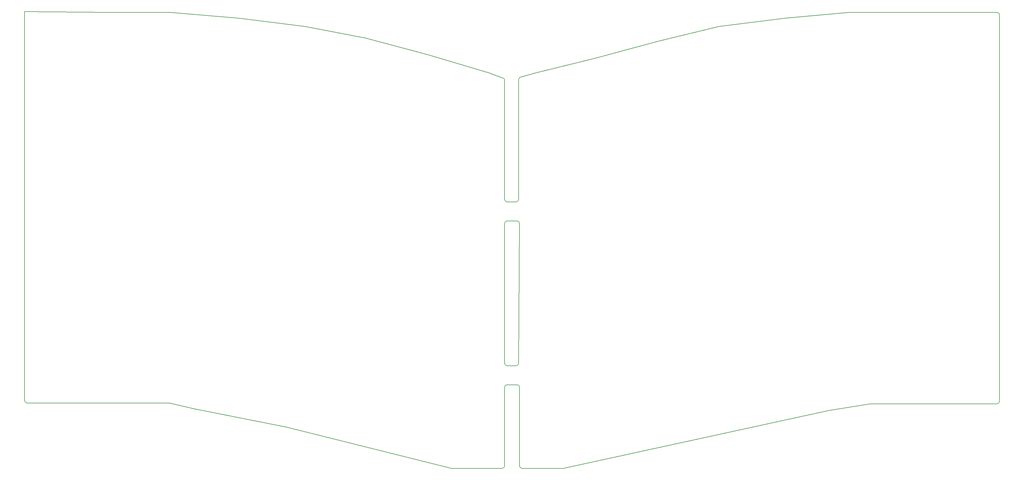
<source format=gm1>
G04 #@! TF.GenerationSoftware,KiCad,Pcbnew,(5.0.2)-1*
G04 #@! TF.CreationDate,2019-04-06T17:54:21-07:00*
G04 #@! TF.ProjectId,AergoPcb,41657267-6f50-4636-922e-6b696361645f,rev?*
G04 #@! TF.SameCoordinates,Original*
G04 #@! TF.FileFunction,Profile,NP*
%FSLAX46Y46*%
G04 Gerber Fmt 4.6, Leading zero omitted, Abs format (unit mm)*
G04 Created by KiCad (PCBNEW (5.0.2)-1) date 4/6/2019 5:54:21 PM*
%MOMM*%
%LPD*%
G01*
G04 APERTURE LIST*
%ADD10C,0.150000*%
G04 APERTURE END LIST*
D10*
X226568000Y-201676000D02*
X239268000Y-201676000D01*
X226568000Y-201676000D02*
G75*
G02X225806000Y-200914000I0J762000D01*
G01*
X225806000Y-176784000D02*
X225806000Y-200914000D01*
X241554000Y-201168000D02*
X239268000Y-201676000D01*
X320802000Y-183896000D02*
X241554000Y-201168000D01*
X333502000Y-181864000D02*
X320802000Y-183896000D01*
X372364000Y-181864000D02*
X333502000Y-181864000D01*
X373126000Y-181102000D02*
G75*
G02X372364000Y-181864000I-762000J0D01*
G01*
X373126000Y-86614000D02*
X373126000Y-181102000D01*
X373126000Y-62484000D02*
X373126000Y-86614000D01*
X372364000Y-61722000D02*
G75*
G02X373126000Y-62484000I0J-762000D01*
G01*
X347726000Y-61722000D02*
X372364000Y-61722000D01*
X326898000Y-61722000D02*
X347726000Y-61722000D01*
X307340000Y-63500000D02*
X326898000Y-61722000D01*
X287020000Y-66040000D02*
X307340000Y-63500000D01*
X268224000Y-70612000D02*
X287020000Y-66040000D01*
X249428000Y-75692000D02*
X268224000Y-70612000D01*
X230886000Y-80264000D02*
X249428000Y-75692000D01*
X226314000Y-81534000D02*
X230886000Y-80264000D01*
X225552000Y-82296000D02*
G75*
G02X226314000Y-81534000I762000J0D01*
G01*
X225552000Y-119126000D02*
X225552000Y-82296000D01*
X225552000Y-119126000D02*
G75*
G02X224790000Y-119888000I-762000J0D01*
G01*
X221996000Y-119888000D02*
X224790000Y-119888000D01*
X221996000Y-119888000D02*
G75*
G02X221234000Y-119126000I0J762000D01*
G01*
X221234000Y-118872000D02*
X221234000Y-119126000D01*
X221234000Y-82550000D02*
X221234000Y-118872000D01*
X220472000Y-81788000D02*
G75*
G02X221234000Y-82550000I0J-762000D01*
G01*
X216408000Y-80264000D02*
X220472000Y-81788000D01*
X197612000Y-74676000D02*
X216408000Y-80264000D01*
X178562000Y-69596000D02*
X197612000Y-74676000D01*
X160020000Y-66040000D02*
X178562000Y-69596000D01*
X139700000Y-63500000D02*
X160020000Y-66040000D01*
X118618000Y-61722000D02*
X139700000Y-63500000D01*
X99568000Y-61722000D02*
X118618000Y-61722000D01*
X73914000Y-61468000D02*
X99568000Y-61722000D01*
X73914000Y-86614000D02*
X73914000Y-61468000D01*
X73914000Y-180848000D02*
X73914000Y-86614000D01*
X74676000Y-181610000D02*
G75*
G02X73914000Y-180848000I0J762000D01*
G01*
X118364000Y-181610000D02*
X74676000Y-181610000D01*
X125984000Y-183388000D02*
X118364000Y-181610000D01*
X154178000Y-188976000D02*
X125984000Y-183388000D01*
X204978000Y-201676000D02*
X154178000Y-188976000D01*
X205232000Y-201676000D02*
X204978000Y-201676000D01*
X220472000Y-201676000D02*
X205232000Y-201676000D01*
X221234000Y-200914000D02*
G75*
G02X220472000Y-201676000I-762000J0D01*
G01*
X221234000Y-176784000D02*
X221234000Y-200914000D01*
X225044000Y-176022000D02*
G75*
G02X225806000Y-176784000I0J-762000D01*
G01*
X221996000Y-176022000D02*
X225044000Y-176022000D01*
X221234000Y-176784000D02*
G75*
G02X221996000Y-176022000I762000J0D01*
G01*
X221996000Y-125730000D02*
X225044000Y-125730000D01*
X221234000Y-126492000D02*
G75*
G02X221996000Y-125730000I762000J0D01*
G01*
X221234000Y-169418000D02*
X221234000Y-126492000D01*
X221996000Y-170180000D02*
G75*
G02X221234000Y-169418000I0J762000D01*
G01*
X224790000Y-170180000D02*
X221996000Y-170180000D01*
X225552000Y-169418000D02*
G75*
G02X224790000Y-170180000I-762000J0D01*
G01*
X225806000Y-126492000D02*
X225552000Y-169418000D01*
X225044000Y-125730000D02*
G75*
G02X225806000Y-126492000I0J-762000D01*
G01*
M02*

</source>
